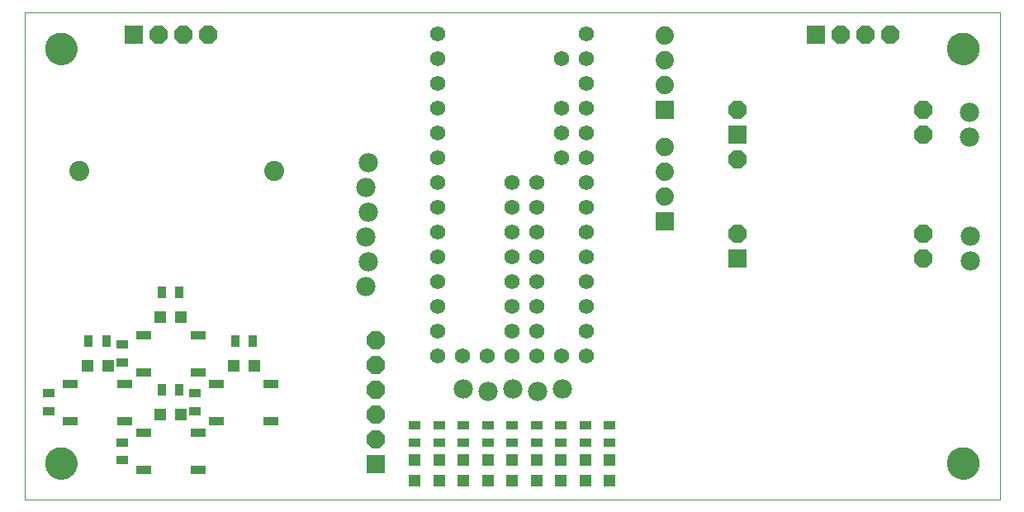
<source format=gbs>
G75*
%MOIN*%
%OFA0B0*%
%FSLAX25Y25*%
%IPPOS*%
%LPD*%
%AMOC8*
5,1,8,0,0,1.08239X$1,22.5*
%
%ADD10C,0.00000*%
%ADD11C,0.12998*%
%ADD12C,0.07800*%
%ADD13OC8,0.07400*%
%ADD14R,0.07400X0.07400*%
%ADD15C,0.07400*%
%ADD16C,0.06200*%
%ADD17R,0.06400X0.03400*%
%ADD18C,0.08077*%
%ADD19R,0.05124X0.03550*%
%ADD20R,0.03550X0.05124*%
%ADD21R,0.05124X0.05124*%
D10*
X0011643Y0016420D02*
X0011643Y0213270D01*
X0405343Y0213270D01*
X0405343Y0016420D01*
X0011643Y0016420D01*
X0020107Y0031183D02*
X0020109Y0031341D01*
X0020115Y0031499D01*
X0020125Y0031657D01*
X0020139Y0031815D01*
X0020157Y0031972D01*
X0020178Y0032129D01*
X0020204Y0032285D01*
X0020234Y0032441D01*
X0020267Y0032596D01*
X0020305Y0032749D01*
X0020346Y0032902D01*
X0020391Y0033054D01*
X0020440Y0033205D01*
X0020493Y0033354D01*
X0020549Y0033502D01*
X0020609Y0033648D01*
X0020673Y0033793D01*
X0020741Y0033936D01*
X0020812Y0034078D01*
X0020886Y0034218D01*
X0020964Y0034355D01*
X0021046Y0034491D01*
X0021130Y0034625D01*
X0021219Y0034756D01*
X0021310Y0034885D01*
X0021405Y0035012D01*
X0021502Y0035137D01*
X0021603Y0035259D01*
X0021707Y0035378D01*
X0021814Y0035495D01*
X0021924Y0035609D01*
X0022037Y0035720D01*
X0022152Y0035829D01*
X0022270Y0035934D01*
X0022391Y0036036D01*
X0022514Y0036136D01*
X0022640Y0036232D01*
X0022768Y0036325D01*
X0022898Y0036415D01*
X0023031Y0036501D01*
X0023166Y0036585D01*
X0023302Y0036664D01*
X0023441Y0036741D01*
X0023582Y0036813D01*
X0023724Y0036883D01*
X0023868Y0036948D01*
X0024014Y0037010D01*
X0024161Y0037068D01*
X0024310Y0037123D01*
X0024460Y0037174D01*
X0024611Y0037221D01*
X0024763Y0037264D01*
X0024916Y0037303D01*
X0025071Y0037339D01*
X0025226Y0037370D01*
X0025382Y0037398D01*
X0025538Y0037422D01*
X0025695Y0037442D01*
X0025853Y0037458D01*
X0026010Y0037470D01*
X0026169Y0037478D01*
X0026327Y0037482D01*
X0026485Y0037482D01*
X0026643Y0037478D01*
X0026802Y0037470D01*
X0026959Y0037458D01*
X0027117Y0037442D01*
X0027274Y0037422D01*
X0027430Y0037398D01*
X0027586Y0037370D01*
X0027741Y0037339D01*
X0027896Y0037303D01*
X0028049Y0037264D01*
X0028201Y0037221D01*
X0028352Y0037174D01*
X0028502Y0037123D01*
X0028651Y0037068D01*
X0028798Y0037010D01*
X0028944Y0036948D01*
X0029088Y0036883D01*
X0029230Y0036813D01*
X0029371Y0036741D01*
X0029510Y0036664D01*
X0029646Y0036585D01*
X0029781Y0036501D01*
X0029914Y0036415D01*
X0030044Y0036325D01*
X0030172Y0036232D01*
X0030298Y0036136D01*
X0030421Y0036036D01*
X0030542Y0035934D01*
X0030660Y0035829D01*
X0030775Y0035720D01*
X0030888Y0035609D01*
X0030998Y0035495D01*
X0031105Y0035378D01*
X0031209Y0035259D01*
X0031310Y0035137D01*
X0031407Y0035012D01*
X0031502Y0034885D01*
X0031593Y0034756D01*
X0031682Y0034625D01*
X0031766Y0034491D01*
X0031848Y0034355D01*
X0031926Y0034218D01*
X0032000Y0034078D01*
X0032071Y0033936D01*
X0032139Y0033793D01*
X0032203Y0033648D01*
X0032263Y0033502D01*
X0032319Y0033354D01*
X0032372Y0033205D01*
X0032421Y0033054D01*
X0032466Y0032902D01*
X0032507Y0032749D01*
X0032545Y0032596D01*
X0032578Y0032441D01*
X0032608Y0032285D01*
X0032634Y0032129D01*
X0032655Y0031972D01*
X0032673Y0031815D01*
X0032687Y0031657D01*
X0032697Y0031499D01*
X0032703Y0031341D01*
X0032705Y0031183D01*
X0032703Y0031025D01*
X0032697Y0030867D01*
X0032687Y0030709D01*
X0032673Y0030551D01*
X0032655Y0030394D01*
X0032634Y0030237D01*
X0032608Y0030081D01*
X0032578Y0029925D01*
X0032545Y0029770D01*
X0032507Y0029617D01*
X0032466Y0029464D01*
X0032421Y0029312D01*
X0032372Y0029161D01*
X0032319Y0029012D01*
X0032263Y0028864D01*
X0032203Y0028718D01*
X0032139Y0028573D01*
X0032071Y0028430D01*
X0032000Y0028288D01*
X0031926Y0028148D01*
X0031848Y0028011D01*
X0031766Y0027875D01*
X0031682Y0027741D01*
X0031593Y0027610D01*
X0031502Y0027481D01*
X0031407Y0027354D01*
X0031310Y0027229D01*
X0031209Y0027107D01*
X0031105Y0026988D01*
X0030998Y0026871D01*
X0030888Y0026757D01*
X0030775Y0026646D01*
X0030660Y0026537D01*
X0030542Y0026432D01*
X0030421Y0026330D01*
X0030298Y0026230D01*
X0030172Y0026134D01*
X0030044Y0026041D01*
X0029914Y0025951D01*
X0029781Y0025865D01*
X0029646Y0025781D01*
X0029510Y0025702D01*
X0029371Y0025625D01*
X0029230Y0025553D01*
X0029088Y0025483D01*
X0028944Y0025418D01*
X0028798Y0025356D01*
X0028651Y0025298D01*
X0028502Y0025243D01*
X0028352Y0025192D01*
X0028201Y0025145D01*
X0028049Y0025102D01*
X0027896Y0025063D01*
X0027741Y0025027D01*
X0027586Y0024996D01*
X0027430Y0024968D01*
X0027274Y0024944D01*
X0027117Y0024924D01*
X0026959Y0024908D01*
X0026802Y0024896D01*
X0026643Y0024888D01*
X0026485Y0024884D01*
X0026327Y0024884D01*
X0026169Y0024888D01*
X0026010Y0024896D01*
X0025853Y0024908D01*
X0025695Y0024924D01*
X0025538Y0024944D01*
X0025382Y0024968D01*
X0025226Y0024996D01*
X0025071Y0025027D01*
X0024916Y0025063D01*
X0024763Y0025102D01*
X0024611Y0025145D01*
X0024460Y0025192D01*
X0024310Y0025243D01*
X0024161Y0025298D01*
X0024014Y0025356D01*
X0023868Y0025418D01*
X0023724Y0025483D01*
X0023582Y0025553D01*
X0023441Y0025625D01*
X0023302Y0025702D01*
X0023166Y0025781D01*
X0023031Y0025865D01*
X0022898Y0025951D01*
X0022768Y0026041D01*
X0022640Y0026134D01*
X0022514Y0026230D01*
X0022391Y0026330D01*
X0022270Y0026432D01*
X0022152Y0026537D01*
X0022037Y0026646D01*
X0021924Y0026757D01*
X0021814Y0026871D01*
X0021707Y0026988D01*
X0021603Y0027107D01*
X0021502Y0027229D01*
X0021405Y0027354D01*
X0021310Y0027481D01*
X0021219Y0027610D01*
X0021130Y0027741D01*
X0021046Y0027875D01*
X0020964Y0028011D01*
X0020886Y0028148D01*
X0020812Y0028288D01*
X0020741Y0028430D01*
X0020673Y0028573D01*
X0020609Y0028718D01*
X0020549Y0028864D01*
X0020493Y0029012D01*
X0020440Y0029161D01*
X0020391Y0029312D01*
X0020346Y0029464D01*
X0020305Y0029617D01*
X0020267Y0029770D01*
X0020234Y0029925D01*
X0020204Y0030081D01*
X0020178Y0030237D01*
X0020157Y0030394D01*
X0020139Y0030551D01*
X0020125Y0030709D01*
X0020115Y0030867D01*
X0020109Y0031025D01*
X0020107Y0031183D01*
X0020107Y0198506D02*
X0020109Y0198664D01*
X0020115Y0198822D01*
X0020125Y0198980D01*
X0020139Y0199138D01*
X0020157Y0199295D01*
X0020178Y0199452D01*
X0020204Y0199608D01*
X0020234Y0199764D01*
X0020267Y0199919D01*
X0020305Y0200072D01*
X0020346Y0200225D01*
X0020391Y0200377D01*
X0020440Y0200528D01*
X0020493Y0200677D01*
X0020549Y0200825D01*
X0020609Y0200971D01*
X0020673Y0201116D01*
X0020741Y0201259D01*
X0020812Y0201401D01*
X0020886Y0201541D01*
X0020964Y0201678D01*
X0021046Y0201814D01*
X0021130Y0201948D01*
X0021219Y0202079D01*
X0021310Y0202208D01*
X0021405Y0202335D01*
X0021502Y0202460D01*
X0021603Y0202582D01*
X0021707Y0202701D01*
X0021814Y0202818D01*
X0021924Y0202932D01*
X0022037Y0203043D01*
X0022152Y0203152D01*
X0022270Y0203257D01*
X0022391Y0203359D01*
X0022514Y0203459D01*
X0022640Y0203555D01*
X0022768Y0203648D01*
X0022898Y0203738D01*
X0023031Y0203824D01*
X0023166Y0203908D01*
X0023302Y0203987D01*
X0023441Y0204064D01*
X0023582Y0204136D01*
X0023724Y0204206D01*
X0023868Y0204271D01*
X0024014Y0204333D01*
X0024161Y0204391D01*
X0024310Y0204446D01*
X0024460Y0204497D01*
X0024611Y0204544D01*
X0024763Y0204587D01*
X0024916Y0204626D01*
X0025071Y0204662D01*
X0025226Y0204693D01*
X0025382Y0204721D01*
X0025538Y0204745D01*
X0025695Y0204765D01*
X0025853Y0204781D01*
X0026010Y0204793D01*
X0026169Y0204801D01*
X0026327Y0204805D01*
X0026485Y0204805D01*
X0026643Y0204801D01*
X0026802Y0204793D01*
X0026959Y0204781D01*
X0027117Y0204765D01*
X0027274Y0204745D01*
X0027430Y0204721D01*
X0027586Y0204693D01*
X0027741Y0204662D01*
X0027896Y0204626D01*
X0028049Y0204587D01*
X0028201Y0204544D01*
X0028352Y0204497D01*
X0028502Y0204446D01*
X0028651Y0204391D01*
X0028798Y0204333D01*
X0028944Y0204271D01*
X0029088Y0204206D01*
X0029230Y0204136D01*
X0029371Y0204064D01*
X0029510Y0203987D01*
X0029646Y0203908D01*
X0029781Y0203824D01*
X0029914Y0203738D01*
X0030044Y0203648D01*
X0030172Y0203555D01*
X0030298Y0203459D01*
X0030421Y0203359D01*
X0030542Y0203257D01*
X0030660Y0203152D01*
X0030775Y0203043D01*
X0030888Y0202932D01*
X0030998Y0202818D01*
X0031105Y0202701D01*
X0031209Y0202582D01*
X0031310Y0202460D01*
X0031407Y0202335D01*
X0031502Y0202208D01*
X0031593Y0202079D01*
X0031682Y0201948D01*
X0031766Y0201814D01*
X0031848Y0201678D01*
X0031926Y0201541D01*
X0032000Y0201401D01*
X0032071Y0201259D01*
X0032139Y0201116D01*
X0032203Y0200971D01*
X0032263Y0200825D01*
X0032319Y0200677D01*
X0032372Y0200528D01*
X0032421Y0200377D01*
X0032466Y0200225D01*
X0032507Y0200072D01*
X0032545Y0199919D01*
X0032578Y0199764D01*
X0032608Y0199608D01*
X0032634Y0199452D01*
X0032655Y0199295D01*
X0032673Y0199138D01*
X0032687Y0198980D01*
X0032697Y0198822D01*
X0032703Y0198664D01*
X0032705Y0198506D01*
X0032703Y0198348D01*
X0032697Y0198190D01*
X0032687Y0198032D01*
X0032673Y0197874D01*
X0032655Y0197717D01*
X0032634Y0197560D01*
X0032608Y0197404D01*
X0032578Y0197248D01*
X0032545Y0197093D01*
X0032507Y0196940D01*
X0032466Y0196787D01*
X0032421Y0196635D01*
X0032372Y0196484D01*
X0032319Y0196335D01*
X0032263Y0196187D01*
X0032203Y0196041D01*
X0032139Y0195896D01*
X0032071Y0195753D01*
X0032000Y0195611D01*
X0031926Y0195471D01*
X0031848Y0195334D01*
X0031766Y0195198D01*
X0031682Y0195064D01*
X0031593Y0194933D01*
X0031502Y0194804D01*
X0031407Y0194677D01*
X0031310Y0194552D01*
X0031209Y0194430D01*
X0031105Y0194311D01*
X0030998Y0194194D01*
X0030888Y0194080D01*
X0030775Y0193969D01*
X0030660Y0193860D01*
X0030542Y0193755D01*
X0030421Y0193653D01*
X0030298Y0193553D01*
X0030172Y0193457D01*
X0030044Y0193364D01*
X0029914Y0193274D01*
X0029781Y0193188D01*
X0029646Y0193104D01*
X0029510Y0193025D01*
X0029371Y0192948D01*
X0029230Y0192876D01*
X0029088Y0192806D01*
X0028944Y0192741D01*
X0028798Y0192679D01*
X0028651Y0192621D01*
X0028502Y0192566D01*
X0028352Y0192515D01*
X0028201Y0192468D01*
X0028049Y0192425D01*
X0027896Y0192386D01*
X0027741Y0192350D01*
X0027586Y0192319D01*
X0027430Y0192291D01*
X0027274Y0192267D01*
X0027117Y0192247D01*
X0026959Y0192231D01*
X0026802Y0192219D01*
X0026643Y0192211D01*
X0026485Y0192207D01*
X0026327Y0192207D01*
X0026169Y0192211D01*
X0026010Y0192219D01*
X0025853Y0192231D01*
X0025695Y0192247D01*
X0025538Y0192267D01*
X0025382Y0192291D01*
X0025226Y0192319D01*
X0025071Y0192350D01*
X0024916Y0192386D01*
X0024763Y0192425D01*
X0024611Y0192468D01*
X0024460Y0192515D01*
X0024310Y0192566D01*
X0024161Y0192621D01*
X0024014Y0192679D01*
X0023868Y0192741D01*
X0023724Y0192806D01*
X0023582Y0192876D01*
X0023441Y0192948D01*
X0023302Y0193025D01*
X0023166Y0193104D01*
X0023031Y0193188D01*
X0022898Y0193274D01*
X0022768Y0193364D01*
X0022640Y0193457D01*
X0022514Y0193553D01*
X0022391Y0193653D01*
X0022270Y0193755D01*
X0022152Y0193860D01*
X0022037Y0193969D01*
X0021924Y0194080D01*
X0021814Y0194194D01*
X0021707Y0194311D01*
X0021603Y0194430D01*
X0021502Y0194552D01*
X0021405Y0194677D01*
X0021310Y0194804D01*
X0021219Y0194933D01*
X0021130Y0195064D01*
X0021046Y0195198D01*
X0020964Y0195334D01*
X0020886Y0195471D01*
X0020812Y0195611D01*
X0020741Y0195753D01*
X0020673Y0195896D01*
X0020609Y0196041D01*
X0020549Y0196187D01*
X0020493Y0196335D01*
X0020440Y0196484D01*
X0020391Y0196635D01*
X0020346Y0196787D01*
X0020305Y0196940D01*
X0020267Y0197093D01*
X0020234Y0197248D01*
X0020204Y0197404D01*
X0020178Y0197560D01*
X0020157Y0197717D01*
X0020139Y0197874D01*
X0020125Y0198032D01*
X0020115Y0198190D01*
X0020109Y0198348D01*
X0020107Y0198506D01*
X0384281Y0198506D02*
X0384283Y0198664D01*
X0384289Y0198822D01*
X0384299Y0198980D01*
X0384313Y0199138D01*
X0384331Y0199295D01*
X0384352Y0199452D01*
X0384378Y0199608D01*
X0384408Y0199764D01*
X0384441Y0199919D01*
X0384479Y0200072D01*
X0384520Y0200225D01*
X0384565Y0200377D01*
X0384614Y0200528D01*
X0384667Y0200677D01*
X0384723Y0200825D01*
X0384783Y0200971D01*
X0384847Y0201116D01*
X0384915Y0201259D01*
X0384986Y0201401D01*
X0385060Y0201541D01*
X0385138Y0201678D01*
X0385220Y0201814D01*
X0385304Y0201948D01*
X0385393Y0202079D01*
X0385484Y0202208D01*
X0385579Y0202335D01*
X0385676Y0202460D01*
X0385777Y0202582D01*
X0385881Y0202701D01*
X0385988Y0202818D01*
X0386098Y0202932D01*
X0386211Y0203043D01*
X0386326Y0203152D01*
X0386444Y0203257D01*
X0386565Y0203359D01*
X0386688Y0203459D01*
X0386814Y0203555D01*
X0386942Y0203648D01*
X0387072Y0203738D01*
X0387205Y0203824D01*
X0387340Y0203908D01*
X0387476Y0203987D01*
X0387615Y0204064D01*
X0387756Y0204136D01*
X0387898Y0204206D01*
X0388042Y0204271D01*
X0388188Y0204333D01*
X0388335Y0204391D01*
X0388484Y0204446D01*
X0388634Y0204497D01*
X0388785Y0204544D01*
X0388937Y0204587D01*
X0389090Y0204626D01*
X0389245Y0204662D01*
X0389400Y0204693D01*
X0389556Y0204721D01*
X0389712Y0204745D01*
X0389869Y0204765D01*
X0390027Y0204781D01*
X0390184Y0204793D01*
X0390343Y0204801D01*
X0390501Y0204805D01*
X0390659Y0204805D01*
X0390817Y0204801D01*
X0390976Y0204793D01*
X0391133Y0204781D01*
X0391291Y0204765D01*
X0391448Y0204745D01*
X0391604Y0204721D01*
X0391760Y0204693D01*
X0391915Y0204662D01*
X0392070Y0204626D01*
X0392223Y0204587D01*
X0392375Y0204544D01*
X0392526Y0204497D01*
X0392676Y0204446D01*
X0392825Y0204391D01*
X0392972Y0204333D01*
X0393118Y0204271D01*
X0393262Y0204206D01*
X0393404Y0204136D01*
X0393545Y0204064D01*
X0393684Y0203987D01*
X0393820Y0203908D01*
X0393955Y0203824D01*
X0394088Y0203738D01*
X0394218Y0203648D01*
X0394346Y0203555D01*
X0394472Y0203459D01*
X0394595Y0203359D01*
X0394716Y0203257D01*
X0394834Y0203152D01*
X0394949Y0203043D01*
X0395062Y0202932D01*
X0395172Y0202818D01*
X0395279Y0202701D01*
X0395383Y0202582D01*
X0395484Y0202460D01*
X0395581Y0202335D01*
X0395676Y0202208D01*
X0395767Y0202079D01*
X0395856Y0201948D01*
X0395940Y0201814D01*
X0396022Y0201678D01*
X0396100Y0201541D01*
X0396174Y0201401D01*
X0396245Y0201259D01*
X0396313Y0201116D01*
X0396377Y0200971D01*
X0396437Y0200825D01*
X0396493Y0200677D01*
X0396546Y0200528D01*
X0396595Y0200377D01*
X0396640Y0200225D01*
X0396681Y0200072D01*
X0396719Y0199919D01*
X0396752Y0199764D01*
X0396782Y0199608D01*
X0396808Y0199452D01*
X0396829Y0199295D01*
X0396847Y0199138D01*
X0396861Y0198980D01*
X0396871Y0198822D01*
X0396877Y0198664D01*
X0396879Y0198506D01*
X0396877Y0198348D01*
X0396871Y0198190D01*
X0396861Y0198032D01*
X0396847Y0197874D01*
X0396829Y0197717D01*
X0396808Y0197560D01*
X0396782Y0197404D01*
X0396752Y0197248D01*
X0396719Y0197093D01*
X0396681Y0196940D01*
X0396640Y0196787D01*
X0396595Y0196635D01*
X0396546Y0196484D01*
X0396493Y0196335D01*
X0396437Y0196187D01*
X0396377Y0196041D01*
X0396313Y0195896D01*
X0396245Y0195753D01*
X0396174Y0195611D01*
X0396100Y0195471D01*
X0396022Y0195334D01*
X0395940Y0195198D01*
X0395856Y0195064D01*
X0395767Y0194933D01*
X0395676Y0194804D01*
X0395581Y0194677D01*
X0395484Y0194552D01*
X0395383Y0194430D01*
X0395279Y0194311D01*
X0395172Y0194194D01*
X0395062Y0194080D01*
X0394949Y0193969D01*
X0394834Y0193860D01*
X0394716Y0193755D01*
X0394595Y0193653D01*
X0394472Y0193553D01*
X0394346Y0193457D01*
X0394218Y0193364D01*
X0394088Y0193274D01*
X0393955Y0193188D01*
X0393820Y0193104D01*
X0393684Y0193025D01*
X0393545Y0192948D01*
X0393404Y0192876D01*
X0393262Y0192806D01*
X0393118Y0192741D01*
X0392972Y0192679D01*
X0392825Y0192621D01*
X0392676Y0192566D01*
X0392526Y0192515D01*
X0392375Y0192468D01*
X0392223Y0192425D01*
X0392070Y0192386D01*
X0391915Y0192350D01*
X0391760Y0192319D01*
X0391604Y0192291D01*
X0391448Y0192267D01*
X0391291Y0192247D01*
X0391133Y0192231D01*
X0390976Y0192219D01*
X0390817Y0192211D01*
X0390659Y0192207D01*
X0390501Y0192207D01*
X0390343Y0192211D01*
X0390184Y0192219D01*
X0390027Y0192231D01*
X0389869Y0192247D01*
X0389712Y0192267D01*
X0389556Y0192291D01*
X0389400Y0192319D01*
X0389245Y0192350D01*
X0389090Y0192386D01*
X0388937Y0192425D01*
X0388785Y0192468D01*
X0388634Y0192515D01*
X0388484Y0192566D01*
X0388335Y0192621D01*
X0388188Y0192679D01*
X0388042Y0192741D01*
X0387898Y0192806D01*
X0387756Y0192876D01*
X0387615Y0192948D01*
X0387476Y0193025D01*
X0387340Y0193104D01*
X0387205Y0193188D01*
X0387072Y0193274D01*
X0386942Y0193364D01*
X0386814Y0193457D01*
X0386688Y0193553D01*
X0386565Y0193653D01*
X0386444Y0193755D01*
X0386326Y0193860D01*
X0386211Y0193969D01*
X0386098Y0194080D01*
X0385988Y0194194D01*
X0385881Y0194311D01*
X0385777Y0194430D01*
X0385676Y0194552D01*
X0385579Y0194677D01*
X0385484Y0194804D01*
X0385393Y0194933D01*
X0385304Y0195064D01*
X0385220Y0195198D01*
X0385138Y0195334D01*
X0385060Y0195471D01*
X0384986Y0195611D01*
X0384915Y0195753D01*
X0384847Y0195896D01*
X0384783Y0196041D01*
X0384723Y0196187D01*
X0384667Y0196335D01*
X0384614Y0196484D01*
X0384565Y0196635D01*
X0384520Y0196787D01*
X0384479Y0196940D01*
X0384441Y0197093D01*
X0384408Y0197248D01*
X0384378Y0197404D01*
X0384352Y0197560D01*
X0384331Y0197717D01*
X0384313Y0197874D01*
X0384299Y0198032D01*
X0384289Y0198190D01*
X0384283Y0198348D01*
X0384281Y0198506D01*
X0384281Y0031183D02*
X0384283Y0031341D01*
X0384289Y0031499D01*
X0384299Y0031657D01*
X0384313Y0031815D01*
X0384331Y0031972D01*
X0384352Y0032129D01*
X0384378Y0032285D01*
X0384408Y0032441D01*
X0384441Y0032596D01*
X0384479Y0032749D01*
X0384520Y0032902D01*
X0384565Y0033054D01*
X0384614Y0033205D01*
X0384667Y0033354D01*
X0384723Y0033502D01*
X0384783Y0033648D01*
X0384847Y0033793D01*
X0384915Y0033936D01*
X0384986Y0034078D01*
X0385060Y0034218D01*
X0385138Y0034355D01*
X0385220Y0034491D01*
X0385304Y0034625D01*
X0385393Y0034756D01*
X0385484Y0034885D01*
X0385579Y0035012D01*
X0385676Y0035137D01*
X0385777Y0035259D01*
X0385881Y0035378D01*
X0385988Y0035495D01*
X0386098Y0035609D01*
X0386211Y0035720D01*
X0386326Y0035829D01*
X0386444Y0035934D01*
X0386565Y0036036D01*
X0386688Y0036136D01*
X0386814Y0036232D01*
X0386942Y0036325D01*
X0387072Y0036415D01*
X0387205Y0036501D01*
X0387340Y0036585D01*
X0387476Y0036664D01*
X0387615Y0036741D01*
X0387756Y0036813D01*
X0387898Y0036883D01*
X0388042Y0036948D01*
X0388188Y0037010D01*
X0388335Y0037068D01*
X0388484Y0037123D01*
X0388634Y0037174D01*
X0388785Y0037221D01*
X0388937Y0037264D01*
X0389090Y0037303D01*
X0389245Y0037339D01*
X0389400Y0037370D01*
X0389556Y0037398D01*
X0389712Y0037422D01*
X0389869Y0037442D01*
X0390027Y0037458D01*
X0390184Y0037470D01*
X0390343Y0037478D01*
X0390501Y0037482D01*
X0390659Y0037482D01*
X0390817Y0037478D01*
X0390976Y0037470D01*
X0391133Y0037458D01*
X0391291Y0037442D01*
X0391448Y0037422D01*
X0391604Y0037398D01*
X0391760Y0037370D01*
X0391915Y0037339D01*
X0392070Y0037303D01*
X0392223Y0037264D01*
X0392375Y0037221D01*
X0392526Y0037174D01*
X0392676Y0037123D01*
X0392825Y0037068D01*
X0392972Y0037010D01*
X0393118Y0036948D01*
X0393262Y0036883D01*
X0393404Y0036813D01*
X0393545Y0036741D01*
X0393684Y0036664D01*
X0393820Y0036585D01*
X0393955Y0036501D01*
X0394088Y0036415D01*
X0394218Y0036325D01*
X0394346Y0036232D01*
X0394472Y0036136D01*
X0394595Y0036036D01*
X0394716Y0035934D01*
X0394834Y0035829D01*
X0394949Y0035720D01*
X0395062Y0035609D01*
X0395172Y0035495D01*
X0395279Y0035378D01*
X0395383Y0035259D01*
X0395484Y0035137D01*
X0395581Y0035012D01*
X0395676Y0034885D01*
X0395767Y0034756D01*
X0395856Y0034625D01*
X0395940Y0034491D01*
X0396022Y0034355D01*
X0396100Y0034218D01*
X0396174Y0034078D01*
X0396245Y0033936D01*
X0396313Y0033793D01*
X0396377Y0033648D01*
X0396437Y0033502D01*
X0396493Y0033354D01*
X0396546Y0033205D01*
X0396595Y0033054D01*
X0396640Y0032902D01*
X0396681Y0032749D01*
X0396719Y0032596D01*
X0396752Y0032441D01*
X0396782Y0032285D01*
X0396808Y0032129D01*
X0396829Y0031972D01*
X0396847Y0031815D01*
X0396861Y0031657D01*
X0396871Y0031499D01*
X0396877Y0031341D01*
X0396879Y0031183D01*
X0396877Y0031025D01*
X0396871Y0030867D01*
X0396861Y0030709D01*
X0396847Y0030551D01*
X0396829Y0030394D01*
X0396808Y0030237D01*
X0396782Y0030081D01*
X0396752Y0029925D01*
X0396719Y0029770D01*
X0396681Y0029617D01*
X0396640Y0029464D01*
X0396595Y0029312D01*
X0396546Y0029161D01*
X0396493Y0029012D01*
X0396437Y0028864D01*
X0396377Y0028718D01*
X0396313Y0028573D01*
X0396245Y0028430D01*
X0396174Y0028288D01*
X0396100Y0028148D01*
X0396022Y0028011D01*
X0395940Y0027875D01*
X0395856Y0027741D01*
X0395767Y0027610D01*
X0395676Y0027481D01*
X0395581Y0027354D01*
X0395484Y0027229D01*
X0395383Y0027107D01*
X0395279Y0026988D01*
X0395172Y0026871D01*
X0395062Y0026757D01*
X0394949Y0026646D01*
X0394834Y0026537D01*
X0394716Y0026432D01*
X0394595Y0026330D01*
X0394472Y0026230D01*
X0394346Y0026134D01*
X0394218Y0026041D01*
X0394088Y0025951D01*
X0393955Y0025865D01*
X0393820Y0025781D01*
X0393684Y0025702D01*
X0393545Y0025625D01*
X0393404Y0025553D01*
X0393262Y0025483D01*
X0393118Y0025418D01*
X0392972Y0025356D01*
X0392825Y0025298D01*
X0392676Y0025243D01*
X0392526Y0025192D01*
X0392375Y0025145D01*
X0392223Y0025102D01*
X0392070Y0025063D01*
X0391915Y0025027D01*
X0391760Y0024996D01*
X0391604Y0024968D01*
X0391448Y0024944D01*
X0391291Y0024924D01*
X0391133Y0024908D01*
X0390976Y0024896D01*
X0390817Y0024888D01*
X0390659Y0024884D01*
X0390501Y0024884D01*
X0390343Y0024888D01*
X0390184Y0024896D01*
X0390027Y0024908D01*
X0389869Y0024924D01*
X0389712Y0024944D01*
X0389556Y0024968D01*
X0389400Y0024996D01*
X0389245Y0025027D01*
X0389090Y0025063D01*
X0388937Y0025102D01*
X0388785Y0025145D01*
X0388634Y0025192D01*
X0388484Y0025243D01*
X0388335Y0025298D01*
X0388188Y0025356D01*
X0388042Y0025418D01*
X0387898Y0025483D01*
X0387756Y0025553D01*
X0387615Y0025625D01*
X0387476Y0025702D01*
X0387340Y0025781D01*
X0387205Y0025865D01*
X0387072Y0025951D01*
X0386942Y0026041D01*
X0386814Y0026134D01*
X0386688Y0026230D01*
X0386565Y0026330D01*
X0386444Y0026432D01*
X0386326Y0026537D01*
X0386211Y0026646D01*
X0386098Y0026757D01*
X0385988Y0026871D01*
X0385881Y0026988D01*
X0385777Y0027107D01*
X0385676Y0027229D01*
X0385579Y0027354D01*
X0385484Y0027481D01*
X0385393Y0027610D01*
X0385304Y0027741D01*
X0385220Y0027875D01*
X0385138Y0028011D01*
X0385060Y0028148D01*
X0384986Y0028288D01*
X0384915Y0028430D01*
X0384847Y0028573D01*
X0384783Y0028718D01*
X0384723Y0028864D01*
X0384667Y0029012D01*
X0384614Y0029161D01*
X0384565Y0029312D01*
X0384520Y0029464D01*
X0384479Y0029617D01*
X0384441Y0029770D01*
X0384408Y0029925D01*
X0384378Y0030081D01*
X0384352Y0030237D01*
X0384331Y0030394D01*
X0384313Y0030551D01*
X0384299Y0030709D01*
X0384289Y0030867D01*
X0384283Y0031025D01*
X0384281Y0031183D01*
D11*
X0390580Y0031183D03*
X0390580Y0198506D03*
X0026406Y0198506D03*
X0026406Y0031183D03*
D12*
X0149398Y0102345D03*
X0150398Y0112345D03*
X0149398Y0122345D03*
X0150398Y0132345D03*
X0149398Y0142345D03*
X0150398Y0152345D03*
X0188808Y0061211D03*
X0198808Y0060211D03*
X0208808Y0061211D03*
X0218808Y0060211D03*
X0228808Y0061211D03*
X0393355Y0112975D03*
X0393355Y0122975D03*
X0393080Y0162975D03*
X0393080Y0172975D03*
D13*
X0374497Y0173821D03*
X0374497Y0163821D03*
X0374497Y0123821D03*
X0374497Y0113821D03*
X0299497Y0123821D03*
X0299497Y0153821D03*
X0299497Y0173821D03*
X0341288Y0204215D03*
X0351288Y0204215D03*
X0361288Y0204215D03*
X0153355Y0080691D03*
X0153355Y0070691D03*
X0153355Y0060691D03*
X0153355Y0050691D03*
X0153355Y0040691D03*
X0085698Y0204215D03*
X0075698Y0204215D03*
X0065698Y0204215D03*
D14*
X0055698Y0204215D03*
X0270009Y0173664D03*
X0299497Y0163821D03*
X0270009Y0128880D03*
X0299497Y0113821D03*
X0153355Y0030691D03*
X0331288Y0204215D03*
D15*
X0270009Y0203664D03*
X0270009Y0193664D03*
X0270009Y0183664D03*
X0270009Y0158880D03*
X0270009Y0148880D03*
X0270009Y0138880D03*
D16*
X0238493Y0134451D03*
X0238493Y0144451D03*
X0218493Y0144451D03*
X0208493Y0144451D03*
X0208493Y0134451D03*
X0218493Y0134451D03*
X0218493Y0124451D03*
X0208493Y0124451D03*
X0208493Y0114451D03*
X0218493Y0114451D03*
X0238493Y0114451D03*
X0238493Y0124451D03*
X0238493Y0104451D03*
X0218493Y0104451D03*
X0208493Y0104451D03*
X0208493Y0094451D03*
X0218493Y0094451D03*
X0218493Y0084451D03*
X0208493Y0084451D03*
X0208493Y0074451D03*
X0198493Y0074451D03*
X0188493Y0074451D03*
X0178493Y0074451D03*
X0178493Y0084451D03*
X0178493Y0094451D03*
X0178493Y0104451D03*
X0178493Y0114451D03*
X0178493Y0124451D03*
X0178493Y0134451D03*
X0178493Y0144451D03*
X0178493Y0154451D03*
X0178493Y0164451D03*
X0178493Y0174451D03*
X0178493Y0184451D03*
X0178493Y0194451D03*
X0178493Y0204451D03*
X0228493Y0194451D03*
X0238493Y0194451D03*
X0238493Y0204451D03*
X0238493Y0184451D03*
X0238493Y0174451D03*
X0228493Y0174451D03*
X0228493Y0164451D03*
X0238493Y0164451D03*
X0238493Y0154451D03*
X0228493Y0154451D03*
X0238493Y0094451D03*
X0238493Y0084451D03*
X0238493Y0074451D03*
X0228493Y0074451D03*
X0218493Y0074451D03*
D17*
X0111225Y0063290D03*
X0089225Y0063290D03*
X0081698Y0067975D03*
X0059698Y0067975D03*
X0052170Y0063290D03*
X0030170Y0063290D03*
X0030170Y0048290D03*
X0052170Y0048290D03*
X0059698Y0043605D03*
X0081698Y0043605D03*
X0089225Y0048290D03*
X0111225Y0048290D03*
X0081698Y0028605D03*
X0059698Y0028605D03*
X0059698Y0082975D03*
X0081698Y0082975D03*
D18*
X0112430Y0149294D03*
X0033690Y0149294D03*
D19*
X0051013Y0079018D03*
X0051013Y0071931D03*
X0080540Y0059333D03*
X0080540Y0052246D03*
X0051013Y0039648D03*
X0051013Y0032561D03*
X0021485Y0052246D03*
X0021485Y0059333D03*
X0169123Y0046538D03*
X0178965Y0046538D03*
X0188808Y0046538D03*
X0198650Y0046538D03*
X0208493Y0046538D03*
X0218335Y0046538D03*
X0228178Y0046538D03*
X0238020Y0046538D03*
X0247863Y0046538D03*
X0247863Y0039451D03*
X0238020Y0039451D03*
X0228178Y0039451D03*
X0218335Y0039451D03*
X0208493Y0039451D03*
X0198650Y0039451D03*
X0188808Y0039451D03*
X0178965Y0039451D03*
X0169123Y0039451D03*
D20*
X0103769Y0080396D03*
X0096682Y0080396D03*
X0074241Y0060711D03*
X0067154Y0060711D03*
X0044713Y0080396D03*
X0037627Y0080396D03*
X0067154Y0100081D03*
X0074241Y0100081D03*
D21*
X0074831Y0090239D03*
X0066564Y0090239D03*
X0045304Y0070554D03*
X0037036Y0070554D03*
X0066564Y0050869D03*
X0074831Y0050869D03*
X0096091Y0070554D03*
X0104359Y0070554D03*
X0169123Y0032365D03*
X0178965Y0032365D03*
X0188808Y0032365D03*
X0198650Y0032365D03*
X0208493Y0032365D03*
X0218335Y0032365D03*
X0228178Y0032365D03*
X0238020Y0032365D03*
X0247863Y0032365D03*
X0247863Y0024097D03*
X0238020Y0024097D03*
X0228178Y0024097D03*
X0218335Y0024097D03*
X0208493Y0024097D03*
X0198650Y0024097D03*
X0188808Y0024097D03*
X0178965Y0024097D03*
X0169123Y0024097D03*
M02*

</source>
